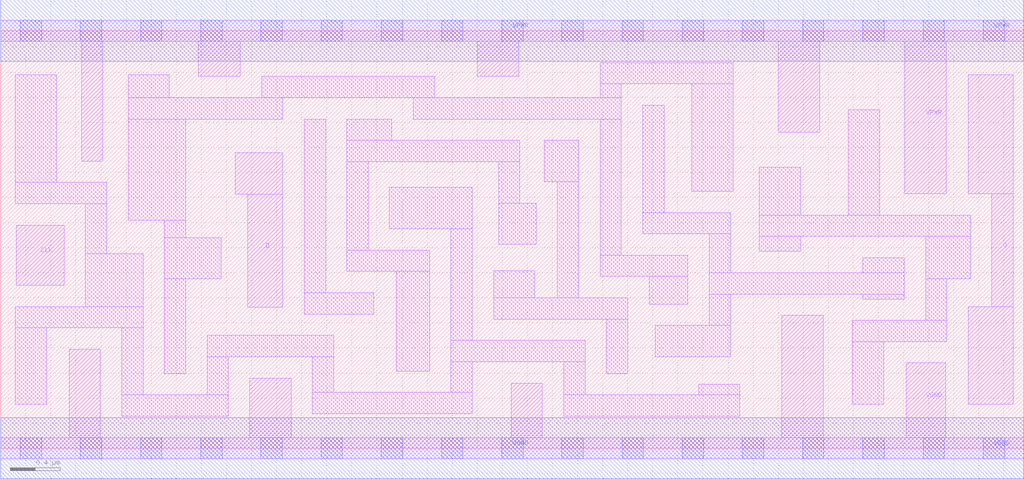
<source format=lef>
# Copyright 2020 The SkyWater PDK Authors
#
# Licensed under the Apache License, Version 2.0 (the "License");
# you may not use this file except in compliance with the License.
# You may obtain a copy of the License at
#
#     https://www.apache.org/licenses/LICENSE-2.0
#
# Unless required by applicable law or agreed to in writing, software
# distributed under the License is distributed on an "AS IS" BASIS,
# WITHOUT WARRANTIES OR CONDITIONS OF ANY KIND, either express or implied.
# See the License for the specific language governing permissions and
# limitations under the License.
#
# SPDX-License-Identifier: Apache-2.0

VERSION 5.7 ;
  NAMESCASESENSITIVE ON ;
  NOWIREEXTENSIONATPIN ON ;
  DIVIDERCHAR "/" ;
  BUSBITCHARS "[]" ;
UNITS
  DATABASE MICRONS 200 ;
END UNITS
MACRO sky130_fd_sc_hs__dfxtp_1
  CLASS CORE ;
  SOURCE USER ;
  FOREIGN sky130_fd_sc_hs__dfxtp_1 ;
  ORIGIN  0.000000  0.000000 ;
  SIZE  8.160000 BY  3.330000 ;
  SYMMETRY X Y ;
  SITE unit ;
  PIN D
    ANTENNAGATEAREA  0.126000 ;
    DIRECTION INPUT ;
    USE SIGNAL ;
    PORT
      LAYER li1 ;
        RECT 1.870000 2.025000 2.250000 2.355000 ;
        RECT 1.970000 1.125000 2.250000 2.025000 ;
    END
  END D
  PIN Q
    ANTENNADIFFAREA  0.541300 ;
    DIRECTION OUTPUT ;
    USE SIGNAL ;
    PORT
      LAYER li1 ;
        RECT 7.715000 0.350000 8.075000 1.130000 ;
        RECT 7.715000 2.030000 8.075000 2.980000 ;
        RECT 7.905000 1.130000 8.075000 2.030000 ;
    END
  END Q
  PIN CLK
    ANTENNAGATEAREA  0.279000 ;
    DIRECTION INPUT ;
    USE CLOCK ;
    PORT
      LAYER li1 ;
        RECT 0.125000 1.300000 0.505000 1.780000 ;
    END
  END CLK
  PIN VGND
    DIRECTION INOUT ;
    USE GROUND ;
    PORT
      LAYER li1 ;
        RECT 0.000000 -0.085000 8.160000 0.085000 ;
        RECT 0.545000  0.085000 0.795000 0.790000 ;
        RECT 1.985000  0.085000 2.315000 0.560000 ;
        RECT 4.070000  0.085000 4.320000 0.520000 ;
        RECT 6.230000  0.085000 6.560000 1.060000 ;
        RECT 7.220000  0.085000 7.535000 0.680000 ;
      LAYER mcon ;
        RECT 0.155000 -0.085000 0.325000 0.085000 ;
        RECT 0.635000 -0.085000 0.805000 0.085000 ;
        RECT 1.115000 -0.085000 1.285000 0.085000 ;
        RECT 1.595000 -0.085000 1.765000 0.085000 ;
        RECT 2.075000 -0.085000 2.245000 0.085000 ;
        RECT 2.555000 -0.085000 2.725000 0.085000 ;
        RECT 3.035000 -0.085000 3.205000 0.085000 ;
        RECT 3.515000 -0.085000 3.685000 0.085000 ;
        RECT 3.995000 -0.085000 4.165000 0.085000 ;
        RECT 4.475000 -0.085000 4.645000 0.085000 ;
        RECT 4.955000 -0.085000 5.125000 0.085000 ;
        RECT 5.435000 -0.085000 5.605000 0.085000 ;
        RECT 5.915000 -0.085000 6.085000 0.085000 ;
        RECT 6.395000 -0.085000 6.565000 0.085000 ;
        RECT 6.875000 -0.085000 7.045000 0.085000 ;
        RECT 7.355000 -0.085000 7.525000 0.085000 ;
        RECT 7.835000 -0.085000 8.005000 0.085000 ;
      LAYER met1 ;
        RECT 0.000000 -0.245000 8.160000 0.245000 ;
    END
  END VGND
  PIN VPWR
    DIRECTION INOUT ;
    USE POWER ;
    PORT
      LAYER li1 ;
        RECT 0.000000 3.245000 8.160000 3.415000 ;
        RECT 0.645000 2.290000 0.815000 3.245000 ;
        RECT 1.575000 2.965000 1.910000 3.245000 ;
        RECT 3.800000 2.965000 4.130000 3.245000 ;
        RECT 6.200000 2.520000 6.530000 3.245000 ;
        RECT 7.210000 2.030000 7.540000 3.245000 ;
      LAYER mcon ;
        RECT 0.155000 3.245000 0.325000 3.415000 ;
        RECT 0.635000 3.245000 0.805000 3.415000 ;
        RECT 1.115000 3.245000 1.285000 3.415000 ;
        RECT 1.595000 3.245000 1.765000 3.415000 ;
        RECT 2.075000 3.245000 2.245000 3.415000 ;
        RECT 2.555000 3.245000 2.725000 3.415000 ;
        RECT 3.035000 3.245000 3.205000 3.415000 ;
        RECT 3.515000 3.245000 3.685000 3.415000 ;
        RECT 3.995000 3.245000 4.165000 3.415000 ;
        RECT 4.475000 3.245000 4.645000 3.415000 ;
        RECT 4.955000 3.245000 5.125000 3.415000 ;
        RECT 5.435000 3.245000 5.605000 3.415000 ;
        RECT 5.915000 3.245000 6.085000 3.415000 ;
        RECT 6.395000 3.245000 6.565000 3.415000 ;
        RECT 6.875000 3.245000 7.045000 3.415000 ;
        RECT 7.355000 3.245000 7.525000 3.415000 ;
        RECT 7.835000 3.245000 8.005000 3.415000 ;
      LAYER met1 ;
        RECT 0.000000 3.085000 8.160000 3.575000 ;
    END
  END VPWR
  OBS
    LAYER li1 ;
      RECT 0.115000 0.350000 0.365000 0.960000 ;
      RECT 0.115000 0.960000 1.135000 1.130000 ;
      RECT 0.115000 1.950000 0.845000 2.120000 ;
      RECT 0.115000 2.120000 0.445000 2.980000 ;
      RECT 0.675000 1.130000 1.135000 1.550000 ;
      RECT 0.675000 1.550000 0.845000 1.950000 ;
      RECT 0.965000 0.255000 1.815000 0.425000 ;
      RECT 0.965000 0.425000 1.135000 0.960000 ;
      RECT 1.015000 1.820000 1.475000 2.625000 ;
      RECT 1.015000 2.625000 2.250000 2.795000 ;
      RECT 1.015000 2.795000 1.345000 2.980000 ;
      RECT 1.305000 0.595000 1.475000 1.350000 ;
      RECT 1.305000 1.350000 1.760000 1.680000 ;
      RECT 1.305000 1.680000 1.475000 1.820000 ;
      RECT 1.645000 0.425000 1.815000 0.730000 ;
      RECT 1.645000 0.730000 2.655000 0.900000 ;
      RECT 2.080000 2.795000 3.460000 2.965000 ;
      RECT 2.420000 1.070000 2.975000 1.240000 ;
      RECT 2.420000 1.240000 2.590000 2.625000 ;
      RECT 2.485000 0.275000 3.760000 0.445000 ;
      RECT 2.485000 0.445000 2.655000 0.730000 ;
      RECT 2.760000 1.410000 3.420000 1.580000 ;
      RECT 2.760000 1.580000 2.930000 2.285000 ;
      RECT 2.760000 2.285000 4.140000 2.455000 ;
      RECT 2.760000 2.455000 3.120000 2.625000 ;
      RECT 3.100000 1.750000 3.760000 2.080000 ;
      RECT 3.155000 0.615000 3.420000 1.410000 ;
      RECT 3.290000 2.625000 4.950000 2.795000 ;
      RECT 3.590000 0.445000 3.760000 0.690000 ;
      RECT 3.590000 0.690000 4.660000 0.860000 ;
      RECT 3.590000 0.860000 3.760000 1.750000 ;
      RECT 3.930000 1.030000 5.000000 1.200000 ;
      RECT 3.930000 1.200000 4.260000 1.415000 ;
      RECT 3.970000 1.625000 4.270000 1.955000 ;
      RECT 3.970000 1.955000 4.140000 2.285000 ;
      RECT 4.335000 2.125000 4.610000 2.455000 ;
      RECT 4.440000 1.200000 4.610000 2.125000 ;
      RECT 4.490000 0.255000 5.895000 0.425000 ;
      RECT 4.490000 0.425000 4.660000 0.690000 ;
      RECT 4.780000 1.370000 5.480000 1.540000 ;
      RECT 4.780000 1.540000 4.950000 2.625000 ;
      RECT 4.780000 2.795000 4.950000 2.905000 ;
      RECT 4.780000 2.905000 5.840000 3.075000 ;
      RECT 4.830000 0.595000 5.000000 1.030000 ;
      RECT 5.120000 1.710000 5.820000 1.880000 ;
      RECT 5.120000 1.880000 5.290000 2.735000 ;
      RECT 5.170000 1.150000 5.480000 1.370000 ;
      RECT 5.220000 0.730000 5.820000 0.980000 ;
      RECT 5.510000 2.050000 5.840000 2.905000 ;
      RECT 5.565000 0.425000 5.895000 0.510000 ;
      RECT 5.650000 0.980000 5.820000 1.230000 ;
      RECT 5.650000 1.230000 7.205000 1.400000 ;
      RECT 5.650000 1.400000 5.820000 1.710000 ;
      RECT 6.050000 1.570000 6.380000 1.690000 ;
      RECT 6.050000 1.690000 7.735000 1.860000 ;
      RECT 6.050000 1.860000 6.380000 2.240000 ;
      RECT 6.760000 1.860000 7.010000 2.700000 ;
      RECT 6.790000 0.350000 7.040000 0.850000 ;
      RECT 6.790000 0.850000 7.545000 1.020000 ;
      RECT 6.875000 1.190000 7.205000 1.230000 ;
      RECT 6.875000 1.400000 7.205000 1.520000 ;
      RECT 7.375000 1.020000 7.545000 1.350000 ;
      RECT 7.375000 1.350000 7.735000 1.690000 ;
  END
END sky130_fd_sc_hs__dfxtp_1

</source>
